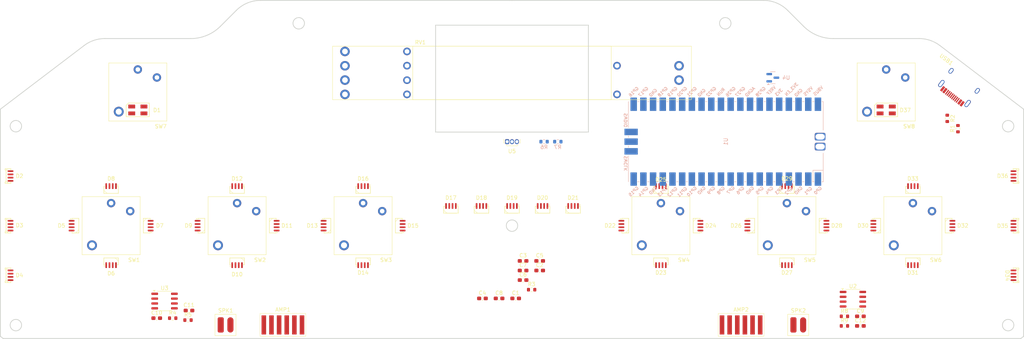
<source format=kicad_pcb>
(kicad_pcb (version 20240108) (generator "pcbnew") (generator_version "8.0")
  (title_block (title "Geki Pico Main"))
  (layers (0 "F.Cu" signal) (31 "B.Cu" signal) (34 "B.Paste" user) (35 "F.Paste" user) (36 "B.SilkS" user "B.Silkscreen") (37 "F.SilkS" user "F.Silkscreen") (38 "B.Mask" user) (39 "F.Mask" user) (44 "Edge.Cuts" user))
  (net 0 "")
  (net 1 "GND")
  (net 2 "+5V")
  (net 3 "+3V3")
  (net 4 "Net-(C10-Pad2)")
  (net 5 "Net-(U3-+IN)")
  (net 6 "Net-(D1-Out)")
  (net 7 "Net-(D1-In)")
  (net 8 "Net-(D2-Out)")
  (net 9 "Net-(D23-Out)")
  (net 10 "Net-(D24-Out)")
  (net 11 "Net-(D25-Out)")
  (net 12 "Net-(D6-Out)")
  (net 13 "Net-(D8-Out)")
  (net 14 "Net-(D10-In)")
  (net 15 "Net-(D10-Out)")
  (net 16 "Net-(D11-Out)")
  (net 17 "Net-(D12-Out)")
  (net 18 "Net-(D13-Out)")
  (net 19 "Net-(D14-Out)")
  (net 20 "Net-(D15-Out)")
  (net 21 "Net-(D16-Out)")
  (net 22 "Net-(USB1-CC1)")
  (net 23 "Net-(USB1-CC2)")
  (net 24 "Net-(U1-GPIO15)")
  (net 25 "Net-(U3--IN)")
  (net 26 "Net-(C9-Pad2)")
  (net 27 "Net-(U2-+IN)")
  (net 28 "Net-(U5-VOUT)")
  (net 29 "GNDREF")
  (net 30 "/K1")
  (net 31 "/K2")
  (net 32 "/K3")
  (net 33 "/K4")
  (net 34 "/K5")
  (net 35 "/K6")
  (net 36 "/K7")
  (net 37 "/K8")
  (net 38 "VREF")
  (net 39 "/SLIDE")
  (net 40 "Net-(U1-VBUS)")
  (net 44 "/SPK_R")
  (net 45 "/SCL1")
  (net 51 "/SPK_L")
  (net 53 "/SCL0")
  (net 58 "/SDA1")
  (net 61 "/SDA0")
  (net 64 "Net-(U1-USB1)")
  (net 65 "Net-(U1-USB2)")
  (net 70 "Net-(D7-Out)")
  (net 71 "Net-(D3-Out)")
  (net 72 "Net-(D4-Out)")
  (net 73 "Net-(D5-Out)")
  (net 74 "Net-(D17-Out)")
  (net 75 "Net-(D18-Out)")
  (net 76 "Net-(D19-Out)")
  (net 77 "Net-(D20-Out)")
  (net 78 "Net-(D21-Out)")
  (net 79 "Net-(D22-Out)")
  (net 80 "Net-(D26-Out)")
  (net 81 "Net-(D27-Out)")
  (net 82 "Net-(D28-Out)")
  (net 83 "Net-(D29-Out)")
  (net 84 "Net-(D30-Out)")
  (net 85 "Net-(D31-Out)")
  (net 86 "Net-(D32-Out)")
  (net 87 "Net-(D33-Out)")
  (net 88 "Net-(D33-VDD)")
  (net 89 "Net-(D34-Out)")
  (net 90 "Net-(D35-Out)")
  (net 91 "Net-(D36-Out)")
  (net 93 "Net-(U2--IN)")
  (net 94 "Net-(AMP1-Pin_5)")
  (net 95 "Net-(AMP1-Pin_6)")
  (net 96 "Net-(AMP2-Pin_6)")
  (net 97 "Net-(AMP2-Pin_5)")
  (footprint "Type-C:HRO-TYPE-C-31-M-12-Assembly" (layer "F.Cu") (at 334.196 105.074 142.7)
    (property "Reference" "USB1" (at 7.092669 -1.00327 142.7) (layer "F.SilkS"))
    (property "Value" "U262-161N-4BVC11" (hide yes))
    (pad "" np_thru_hole circle (at -2.89 -6.25 142.7) (size 0.65 0.65) (drill 0.65) (layers "*.Cu" "*.Mask"))
    (pad "" np_thru_hole circle (at 2.89 -6.25 142.7) (size 0.65 0.65) (drill 0.65) (layers "*.Cu" "*.Mask"))
    (pad "1" smd rect (at -3.225 -7.695 142.7) (size 0.6 1.45) (layers "F.Cu" "F.Paste" "F.Mask") (net 1 "GND"))
    (pad "2" smd rect (at -2.45 -7.695 142.7) (size 0.6 1.45) (layers "F.Cu" "F.Paste" "F.Mask") (net 40 "Net-(U1-VBUS)"))
    (pad "3" smd rect (at -1.75 -7.695 142.7) (size 0.3 1.45) (layers "F.Cu" "F.Paste" "F.Mask"))
    (pad "4" smd rect (at -1.25 -7.695 142.7) (size 0.3 1.45) (layers "F.Cu" "F.Paste" "F.Mask") (net 22 "Net-(USB1-CC1)"))
    (pad "5" smd rect (at -0.75 -7.695 142.7) (size 0.3 1.45) (layers "F.Cu" "F.Paste" "F.Mask") (net 64 "Net-(U1-USB1)"))
    (pad "6" smd rect (at -0.250001 -7.695 142.7) (size 0.3 1.45) (layers "F.Cu" "F.Paste" "F.Mask") (net 65 "Net-(U1-USB2)"))
    (pad "7" smd rect (at 0.25 -7.695 142.7) (size 0.3 1.45) (layers "F.Cu" "F.Paste" "F.Mask") (net 64 "Net-(U1-USB1)"))
    (pad "8" smd rect (at 0.75 -7.695 142.7) (size 0.3 1.45) (layers "F.Cu" "F.Paste" "F.Mask") (net 65 "Net-(U1-USB2)"))
    (pad "9" smd rect (at 1.25 -7.695 142.7) (size 0.3 1.45) (layers "F.Cu" "F.Paste" "F.Mask"))
    (pad "10" smd rect (at 1.75 -7.695 142.7) (size 0.3 1.45) (layers "F.Cu" "F.Paste" "F.Mask") (net 23 "Net-(USB1-CC2)"))
    (pad "11" smd rect (at 2.45 -7.695 142.7) (size 0.6 1.45) (layers "F.Cu" "F.Paste" "F.Mask") (net 40 "Net-(U1-VBUS)"))
    (pad "12" smd rect (at 3.225 -7.695 142.7) (size 0.6 1.45) (layers "F.Cu" "F.Paste" "F.Mask") (net 1 "GND"))
    (pad "13" thru_hole oval (at -4.32 -6.78 142.7) (size 1 2.1) (drill oval 0.6 1.7) (layers "*.Cu" "*.Mask"))
    (pad "13" thru_hole oval (at -4.32 -2.6 142.7) (size 1 1.6) (drill oval 0.6 1.2) (layers "*.Cu" "*.Mask"))
    (pad "13" thru_hole oval (at 4.32 -6.78 142.7) (size 1 2.1) (drill oval 0.6 1.7) (layers "*.Cu" "*.Mask"))
    (pad "13" thru_hole oval (at 4.32 -2.6 142.7) (size 1 1.6) (drill oval 0.6 1.2) (layers "*.Cu" "*.Mask"))
  )
  (footprint "Capacitor_SMD:C_0603_1608Metric_Pad1.08x0.95mm_HandSolder" (layer "F.Cu") (at 305.446 171.334)
    (property "Reference" "C12" (at 0 -1.43 0) (layer "F.SilkS"))
    (property "Value" "1uF")
    (pad "1" smd roundrect (at -0.8625 0) (size 1.075 0.95) (layers "F.Cu" "F.Paste" "F.Mask") (net 1 "GND"))
    (pad "2" smd roundrect (at 0.8625 0) (size 1.075 0.95) (layers "F.Cu" "F.Paste" "F.Mask") (net 27 "Net-(U2-+IN)"))
  )
  (footprint "geki_main:SW_Kailh_Choc_V1V2_1.00u_LED" (layer "F.Cu") (at 116.196 110.074)
    (property "Reference" "SW7" (at 6 9 0) (layer "F.SilkS"))
    (property "Value" "SW_DIP_x01" (hide yes))
    (pad "" np_thru_hole circle (at -5.5 0) (size 1.9 1.9) (drill 1.9) (layers "*.Cu" "*.Mask"))
    (pad "" thru_hole circle (at -5 5.15) (size 2.6 2.6) (drill 1.6) (layers "*.Cu" "B.Mask"))
    (pad "" np_thru_hole circle (at 0 0) (size 5.05 5.05) (drill 5.05) (layers "*.Cu" "*.Mask"))
    (pad "" np_thru_hole circle (at 5.5 0) (size 1.9 1.9) (drill 1.9) (layers "*.Cu" "*.Mask"))
    (pad "1" thru_hole circle (at 0 -5.9) (size 2.2 2.2) (drill 1.2) (layers "*.Cu" "B.Mask") (net 36 "/K7"))
    (pad "2" thru_hole circle (at 5 -3.8) (size 2.2 2.2) (drill 1.2) (layers "*.Cu" "B.Mask") (net 1 "GND"))
  )
  (footprint "geki_main:WS2812B-4020_UP" (layer "F.Cu") (at 198.196 139.274)
    (property "Reference" "D17" (at 0 -1.5 0) (layer "F.SilkS"))
    (property "Value" "WS2812B_Unified" (hide yes))
    (pad "G" smd roundrect (at -1.275 0.65) (size 0.44 1.5) (layers "F.Cu" "F.Paste" "F.Mask") (net 1 "GND"))
    (pad "I" smd roundrect (at 1.275 0.65) (size 0.44 1.5) (layers "F.Cu" "F.Paste" "F.Mask") (net 21 "Net-(D16-Out)"))
    (pad "O" smd roundrect (at -0.425 0.65) (size 0.44 1.5) (layers "F.Cu" "F.Paste" "F.Mask") (net 74 "Net-(D17-Out)"))
    (pad "V" smd roundrect (at 0.425 0.65) (size 0.44 1.5) (layers "F.Cu" "F.Paste" "F.Mask") (net 2 "+5V"))
  )
  (footprint "geki_main:WS2812B-4020_UP" (layer "F.Cu") (at 319.196 156.074 180)
    (property "Reference" "D31" (at 0.0025 -1.3175 0) (layer "F.SilkS"))
    (property "Value" "WS2812B_Unified" (hide yes))
    (pad "G" smd roundrect (at -1.275 0.65 180) (size 0.44 1.5) (layers "F.Cu" "F.Paste" "F.Mask") (net 1 "GND"))
    (pad "I" smd roundrect (at 1.275 0.65 180) (size 0.44 1.5) (layers "F.Cu" "F.Paste" "F.Mask") (net 84 "Net-(D30-Out)"))
    (pad "O" smd roundrect (at -0.425 0.65 180) (size 0.44 1.5) (layers "F.Cu" "F.Paste" "F.Mask") (net 85 "Net-(D31-Out)"))
    (pad "V" smd roundrect (at 0.425 0.65 180) (size 0.44 1.5) (layers "F.Cu" "F.Paste" "F.Mask") (net 2 "+5V"))
  )
  (footprint "geki_main:WS2812B-4020_UP" (layer "F.Cu") (at 153.196 145.074 -90)
    (property "Reference" "D11" (at 0 -2.0675 0) (layer "F.SilkS"))
    (property "Value" "WS2812B_Unified" (hide yes))
    (pad "G" smd roundrect (at -1.275 0.65 270) (size 0.44 1.5) (layers "F.Cu" "F.Paste" "F.Mask") (net 1 "GND"))
    (pad "I" smd roundrect (at 1.275 0.65 270) (size 0.44 1.5) (layers "F.Cu" "F.Paste" "F.Mask") (net 15 "Net-(D10-Out)"))
    (pad "O" smd roundrect (at -0.425 0.65 270) (size 0.44 1.5) (layers "F.Cu" "F.Paste" "F.Mask") (net 16 "Net-(D11-Out)"))
    (pad "V" smd roundrect (at 0.425 0.65 270) (size 0.44 1.5) (layers "F.Cu" "F.Paste" "F.Mask") (net 2 "+5V"))
  )
  (footprint "geki_main:Solder_2P" (layer "F.Cu") (at 289.196 171.074 90)
    (property "Reference" "SPK2" (at 3.75 0 180) (layer "F.SilkS"))
    (property "Value" "Conn_01x02" (hide yes))
    (pad "1" smd roundrect (at 0 -1.29 90) (size 4 1.6) (layers "F.Cu" "F.Paste" "F.Mask") (net 97 "Net-(AMP2-Pin_5)"))
    (pad "2" smd oval (at 0 1.25 90) (size 4 1.6) (layers "F.Cu" "F.Paste" "F.Mask") (net 96 "Net-(AMP2-Pin_6)"))
  )
  (footprint "geki_main:WS2812B-4020" (layer "F.Cu") (at 82.196 145.074 90)
    (property "Reference" "D3" (at 0.075 3 0) (layer "F.SilkS"))
    (property "Value" "WS2812B_Unified" (hide yes))
    (pad "G" smd roundrect (at -1.275 0.65 90) (size 0.44 1.5) (layers "F.Cu" "F.Paste" "F.Mask") (net 1 "GND"))
    (pad "I" smd roundrect (at 1.275 0.65 90) (size 0.44 1.5) (layers "F.Cu" "F.Paste" "F.Mask") (net 8 "Net-(D2-Out)"))
    (pad "O" smd roundrect (at -0.425 0.65 90) (size 0.44 1.5) (layers "F.Cu" "F.Paste" "F.Mask") (net 71 "Net-(D3-Out)"))
    (pad "V" smd roundrect (at 0.425 0.65 90) (size 0.44 1.5) (layers "F.Cu" "F.Paste" "F.Mask") (net 2 "+5V"))
  )
  (footprint "geki_main:8002A_TAP" (layer "F.Cu") (at 274.196 171.074 -90)
    (property "Reference" "AMP2" (at -4 0 180) (layer "F.SilkS"))
    (property "Value" "Conn_01x06" (hide yes))
    (pad "1" smd rect (at 0 -5 270) (size 5 1.2) (layers "F.Cu" "F.Paste" "F.Mask") (net 1 "GND"))
    (pad "2" smd rect (at 0 -3 270) (size 5 1.2) (layers "F.Cu" "F.Paste" "F.Mask") (net 44 "/SPK_R"))
    (pad "3" smd rect (at 0 -1 270) (size 5 1.2) (layers "F.Cu" "F.Paste" "F.Mask") (net 1 "GND"))
    (pad "4" smd rect (at 0 1 270) (size 5 1.2) (layers "F.Cu" "F.Paste" "F.Mask") (net 2 "+5V"))
    (pad "5" smd rect (at 0 3 270) (size 5 1.2) (layers "F.Cu" "F.Paste" "F.Mask") (net 97 "Net-(AMP2-Pin_5)"))
    (pad "6" smd rect (at 0 5 270) (size 5 1.2) (layers "F.Cu" "F.Paste" "F.Mask") (net 96 "Net-(AMP2-Pin_6)"))
  )
  (footprint "geki_main:WS2812B-4020_UP" (layer "F.Cu") (at 175.196 156.074 180)
    (property "Reference" "D14" (at 0.0025 -1.3175 0) (layer "F.SilkS"))
    (property "Value" "WS2812B_Unified" (hide yes))
    (pad "G" smd roundrect (at -1.275 0.65 180) (size 0.44 1.5) (layers "F.Cu" "F.Paste" "F.Mask") (net 1 "GND"))
    (pad "I" smd roundrect (at 1.275 0.65 180) (size 0.44 1.5) (layers "F.Cu" "F.Paste" "F.Mask") (net 18 "Net-(D13-Out)"))
    (pad "O" smd roundrect (at -0.425 0.65 180) (size 0.44 1.5) (layers "F.Cu" "F.Paste" "F.Mask") (net 19 "Net-(D14-Out)"))
    (pad "V" smd roundrect (at 0.425 0.65 180) (size 0.44 1.5) (layers "F.Cu" "F.Paste" "F.Mask") (net 2 "+5V"))
  )
  (footprint "Capacitor_SMD:C_0603_1608Metric_Pad1.08x0.95mm_HandSolder" (layer "F.Cu") (at 221.446 154.314)
    (property "Reference" "C5" (at 0 -1.43 0) (layer "F.SilkS"))
    (property "Value" "0.1uF")
    (pad "1" smd roundrect (at -0.8625 0) (size 1.075 0.95) (layers "F.Cu" "F.Paste" "F.Mask") (net 2 "+5V"))
    (pad "2" smd roundrect (at 0.8625 0) (size 1.075 0.95) (layers "F.Cu" "F.Paste" "F.Mask") (net 1 "GND"))
  )
  (footprint "geki_main:WS2812B-4020_UP" (layer "F.Cu") (at 275.196 145.074 90)
    (property "Reference" "D26" (at 0 -2.3175 0) (layer "F.SilkS"))
    (property "Value" "WS2812B_Unified" (hide yes))
    (pad "G" smd roundrect (at -1.275 0.65 90) (size 0.44 1.5) (layers "F.Cu" "F.Paste" "F.Mask") (net 1 "GND"))
    (pad "I" smd roundrect (at 1.275 0.65 90) (size 0.44 1.5) (layers "F.Cu" "F.Paste" "F.Mask") (net 11 "Net-(D25-Out)"))
    (pad "O" smd roundrect (at -0.425 0.65 90) (size 0.44 1.5) (layers "F.Cu" "F.Paste" "F.Mask") (net 80 "Net-(D26-Out)"))
    (pad "V" smd roundrect (at 0.425 0.65 90) (size 0.44 1.5) (layers "F.Cu" "F.Paste" "F.Mask") (net 2 "+5V"))
  )
  (footprint "geki_main:WS2812B-4020_UP" (layer "F.Cu") (at 330.196 145.074 -90)
    (property "Reference" "D32" (at 0 -2.0675 0) (layer "F.SilkS"))
    (property "Value" "WS2812B_Unified" (hide yes))
    (pad "G" smd roundrect (at -1.275 0.65 270) (size 0.44 1.5) (layers "F.Cu" "F.Paste" "F.Mask") (net 1 "GND"))
    (pad "I" smd roundrect (at 1.275 0.65 270) (size 0.44 1.5) (layers "F.Cu" "F.Paste" "F.Mask") (net 85 "Net-(D31-Out)"))
    (pad "O" smd roundrect (at -0.425 0.65 270) (size 0.44 1.5) (layers "F.Cu" "F.Paste" "F.Mask") (net 86 "Net-(D32-Out)"))
    (pad "V" smd roundrect (at 0.425 0.65 270) (size 0.44 1.5) (layers "F.Cu" "F.Paste" "F.Mask") (net 2 "+5V"))
  )
  (footprint "geki_main:RS45112A400G_RS45N1214001" (layer "F.Cu") (at 214.196 105.074)
    (property "Reference" "RV1" (at -24 -8 0) (layer "F.SilkS"))
    (property "Value" "R_Potentiometer_Dual" (hide yes))
    (pad "1" thru_hole circle (at -43.75 -5.625) (size 2.5 2.5) (drill 1.5) (layers "*.Cu" "*.Mask") (net 38 "VREF"))
    (pad "1" thru_hole circle (at -27.5 -5.625) (size 2 2) (drill 1.2) (layers "*.Cu" "*.Mask") (net 38 "VREF"))
    (pad "2" thru_hole circle (at -43.75 -1.875) (size 2.5 2.5) (drill 1.5) (layers "*.Cu" "*.Mask") (net 39 "/SLIDE"))
    (pad "2" thru_hole circle (at -27.5 -1.9) (size 2 2) (drill 1.2) (layers "*.Cu" "*.Mask") (net 39 "/SLIDE"))
    (pad "3" thru_hole circle (at 27.5 -1.9) (size 2 2) (drill 1.2) (layers "*.Cu" "*.Mask") (net 29 "GNDREF"))
    (pad "3" thru_hole circle (at 43.75 -1.875) (size 2.5 2.5) (drill 1.5) (layers "*.Cu" "*.Mask") (net 29 "GNDREF"))
    (pad "4" thru_hole circle (at -43.75 1.875) (size 2.5 2.5) (drill 1.5) (layers "*.Cu" "*.Mask") (net 38 "VREF"))
    (pad "4" thru_hole circle (at -27.5 1.9) (size 2 2) (drill 1.2) (layers "*.Cu" "*.Mask") (net 38 "VREF"))
    (pad "5" thru_hole circle (at -43.75 5.625) (size 2.5 2.5) (drill 1.5) (layers "*.Cu" "*.Mask") (net 39 "/SLIDE"))
    (pad "5" thru_hole circle (at -27.5 5.625) (size 2 2) (drill 1.2) (layers "*.Cu" "*.Mask") (net 39 "/SLIDE"))
    (pad "6" thru_hole circle (at 27.5 5.625) (size 2 2) (drill 1.2) (layers "*.Cu" "*.Mask") (net 29 "GNDREF"))
    (pad "6" thru_hole circle (at 43.75 1.875) (size 2.5 2.5) (drill 1.5) (layers "*.Cu" "*.Mask") (net 29 "GNDREF"))
  )
  (footprint "Resistor_SMD:R_0603_1608Metric" (layer "F.Cu") (at 301.266 168.824)
    (property "Reference" "R8" (at 0 -1.43 0) (layer "F.SilkS"))
    (property "Value" "10K")
    (pad "1" smd roundrect (at -0.825 0) (size 0.8 0.95) (layers "F.Cu" "F.Paste" "F.Mask") (net 26 "Net-(C9-Pad2)"))
    (pad "2" smd roundrect (at 0.825 0) (size 0.8 0.95) (layers "F.Cu" "F.Paste" "F.Mask") (net 93 "Net-(U2--IN)"))
  )
  (footprint "geki_main:WS2812B-4020_UP" (layer "F.Cu") (at 242.196 145.074 90)
    (property "Reference" "D22" (at 0.0025 -2.3175 0) (layer "F.SilkS"))
    (property "Value" "WS2812B_Unified" (hide yes))
    (pad "G" smd roundrect (at -1.275 0.65 90) (size 0.44 1.5) (layers "F.Cu" "F.Paste" "F.Mask") (net 1 "GND"))
    (pad "I" smd roundrect (at 1.275 0.65 90) (size 0.44 1.5) (layers "F.Cu" "F.Paste" "F.Mask") (net 78 "Net-(D21-Out)"))
    (pad "O" smd roundrect (at -0.425 0.65 90) (size 0.44 1.5) (layers "F.Cu" "F.Paste" "F.Mask") (net 79 "Net-(D22-Out)"))
    (pad "V" smd roundrect (at 0.425 0.65 90) (size 0.44 1.5) (layers "F.Cu" "F.Paste" "F.Mask") (net 2 "+5V"))
  )
  (footprint "geki_main:WS2812B-2835" (layer "F.Cu") (at 312.196 114.774 180)
    (property "Reference" "D37" (at -5 -0.05 180) (layer "F.SilkS"))
    (property "Value" "WS2812B_Unified" (hide yes))
    (pad "G" smd rect (at 1.6 0.9 180) (size 1.8 1) (layers "F.Cu" "F.Paste" "F.Mask") (net 1 "GND"))
    (pad "I" smd rect (at 1.6 -0.9 180) (size 1.8 1) (layers "F.Cu" "F.Paste" "F.Mask") (net 91 "Net-(D36-Out)"))
    (pad "O" smd rect (at -1.6 0.9 180) (size 1.8 1) (layers "F.Cu" "F.Paste" "F.Mask"))
    (pad "V" smd rect (at -1.6 -0.9 180) (size 1.8 1) (layers "F.Cu" "F.Paste" "F.Mask") (net 88 "Net-(D33-VDD)"))
  )
  (footprint "geki_main:SW_Kailh_Choc_V1V2_1.00u_LED" (layer "F.Cu") (at 109.196 145.074)
    (property "Reference" "SW1" (at 6 9 0) (layer "F.SilkS"))
    (property "Value" "SW_DIP_x01" (hide yes))
    (pad "" np_thru_hole circle (at -5.5 0) (size 1.9 1.9) (drill 1.9) (layers "*.Cu" "*.Mask"))
    (pad "" thru_hole circle (at -5 5.15) (size 2.6 2.6) (drill 1.6) (layers "*.Cu" "B.Mask"))
    (pad "" np_thru_hole circle (at 0 0) (size 5.05 5.05) (drill 5.05) (layers "*.Cu" "*.Mask"))
    (pad "" np_thru_hole circle (at 5.5 0) (size 1.9 1.9) (drill 1.9) (layers "*.Cu" "*.Mask"))
    (pad "1" thru_hole circle (at 0 -5.9) (size 2.2 2.2) (drill 1.2) (layers "*.Cu" "B.Mask") (net 30 "/K1"))
    (pad "2" thru_hole circle (at 5 -3.8) (size 2.2 2.2) (drill 1.2) (layers "*.Cu" "B.Mask") (net 1 "GND"))
  )
  (footprint "geki_main:WS2812B-4020_UP" (layer "F.Cu") (at 253.196 134.074)
    (property "Reference" "D25" (at 0.0025 -1.0675 0) (layer "F.SilkS"))
    (property "Value" "WS2812B_Unified" (hide yes))
    (pad "G" smd roundrect (at -1.275 0.65) (size 0.44 1.5) (layers "F.Cu" "F.Paste" "F.Mask") (net 1 "GND"))
    (pad "I" smd roundrect (at 1.275 0.65) (size 0.44 1.5) (layers "F.Cu" "F.Paste" "F.Mask") (net 10 "Net-(D24-Out)"))
    (pad "O" smd roundrect (at -0.425 0.65) (size 0.44 1.5) (layers "F.Cu" "F.Paste" "F.Mask") (net 11 "Net-(D25-Out)"))
    (pad "V" smd roundrect (at 0.425 0.65) (size 0.44 1.5) (layers "F.Cu" "F.Paste" "F.Mask") (net 2 "+5V"))
  )
  (footprint "Capacitor_SMD:C_0603_1608Metric_Pad1.08x0.95mm_HandSolder" (layer "F.Cu") (at 206.456 164.134)
    (property "Reference" "C4" (at 0 -1.43 0) (layer "F.SilkS"))
    (property "Value" "0.1uF")
    (pad "1" smd roundrect (at -0.8625 0) (size 1.075 0.95) (layers "F.Cu" "F.Paste" "F.Mask") (net 2 "+5V"))
    (pad "2" smd roundrect (at 0.8625 0) (size 1.075 0.95) (layers "F.Cu" "F.Paste" "F.Mask") (net 1 "GND"))
  )
  (footprint "geki_main:SW_Kailh_Choc_V1V2_1.00u_LED" (layer "F.Cu") (at 142.196 145.074)
    (property "Reference" "SW2" (at 6 9 0) (layer "F.SilkS"))
    (property "Value" "SW_DIP_x01" (hide yes))
    (pad "" np_thru_hole circle (at -5.5 0) (size 1.9 1.9) (drill 1.9) (layers "*.Cu" "*.Mask"))
    (pad "" thru_hole circle (at -5 5.15) (size 2.6 2.6) (drill 1.6) (layers "*.Cu" "B.Mask"))
    (pad "" np_thru_hole circle (at 0 0) (size 5.05 5.05) (drill 5.05) (layers "*.Cu" "*.Mask"))
    (pad "" np_thru_hole circle (at 5.5 0) (size 1.9 1.9) (drill 1.9) (layers "*.Cu" "*.Mask"))
    (pad "1" thru_hole circle (at 0 -5.9) (size 2.2 2.2) (drill 1.2) (layers "*.Cu" "B.Mask") (net 31 "/K2"))
    (pad "2" thru_hole circle (at 5 -3.8) (size 2.2 2.2) (drill 1.2) (layers "*.Cu" "B.Mask") (net 1 "GND"))
  )
  (footprint "geki_main:WS2812B-4020_UP" (layer "F.Cu") (at 142.196 134.074)
    (property "Reference" "D12" (at 0 -1.3175 0) (layer "F.SilkS"))
    (property "Value" "WS2812B_Unified" (hide yes))
    (pad "G" smd roundrect (at -1.275 0.65) (size 0.44 1.5) (layers "F.Cu" "F.Paste" "F.Mask") (net 1 "GND"))
    (pad "I" smd roundrect (at 1.275 0.65) (size 0.44 1.5) (layers "F.Cu" "F.Paste" "F.Mask") (net 16 "Net-(D11-Out)"))
    (pad "O" smd roundrect (at -0.425 0.65) (size 0.44 1.5) (layers "F.Cu" "F.Paste" "F.Mask") (net 17 "Net-(D12-Out)"))
    (pad "V" smd roundrect (at 0.425 0.65) (size 0.44 1.5) (layers "F.Cu" "F.Paste" "F.Mask") (net 2 "+5V"))
  )
  (footprint "geki_main:WS2812B-4020" (layer "F.Cu") (at 82.196 158.074 90)
    (property "Reference" "D4" (at 0 3 0) (layer "F.SilkS"))
    (property "Value" "WS2812B_Unified" (hide yes))
    (pad "G" smd roundrect (at -1.275 0.65 90) (size 0.44 1.5) (layers "F.Cu" "F.Paste" "F.Mask") (net 1 "GND"))
    (pad "I" smd roundrect (at 1.275 0.65 90) (size 0.44 1.5) (layers "F.Cu" "F.Paste" "F.Mask") (net 71 "Net-(D3-Out)"))
    (pad "O" smd roundrect (at -0.425 0.65 90) (size 0.44 1.5) (layers "F.Cu" "F.Paste" "F.Mask") (net 72 "Net-(D4-Out)"))
    (pad "V" smd roundrect (at 0.425 0.65 90) (size 0.44 1.5) (layers "F.Cu" "F.Paste" "F.Mask") (net 2 "+5V"))
  )
  (footprint "geki_main:WS2812B-4020_UP" (layer "F.Cu") (at 175.196 134.074)
    (property "Reference" "D16" (at 0.0025 -1.3175 0) (layer "F.SilkS"))
    (property "Value" "WS2812B_Unified" (hide yes))
    (pad "G" smd roundrect (at -1.275 0.65) (size 0.44 1.5) (layers "F.Cu" "F.Paste" "F.Mask") (net 1 "GND"))
    (pad "I" smd roundrect (at 1.275 0.65) (size 0.44 1.5) (layers "F.Cu" "F.Paste" "F.Mask") (net 20 "Net-(D15-Out)"))
    (pad "O" smd roundrect (at -0.425 0.65) (size 0.44 1.5) (layers "F.Cu" "F.Paste" "F.Mask") (net 21 "Net-(D16-Out)"))
    (pad "V" smd roundrect (at 0.425 0.65) (size 0.44 1.5) (layers "F.Cu" "F.Paste" "F.Mask") (net 2 "+5V"))
  )
  (footprint "geki_main:WS2812B-4020_UP" (layer "F.Cu") (at 308.196 145.074 90)
    (property "Reference" "D30" (at 0 -2.0675 0) (layer "F.SilkS"))
    (property "Value" "WS2812B_Unified" (hide yes))
    (pad "G" smd roundrect (at -1.275 0.65 90) (size 0.44 1.5) (layers "F.Cu" "F.Paste" "F.Mask") (net 1 "GND"))
    (pad "I" smd roundrect (at 1.275 0.65 90) (size 0.44 1.5) (layers "F.Cu" "F.Paste" "F.Mask") (net 83 "Net-(D29-Out)"))
    (pad "O" smd roundrect (at -0.425 0.65 90) (size 0.44 1.5) (layers "F.Cu" "F.Paste" "F.Mask") (net 84 "Net-(D30-Out)"))
    (pad "V" smd roundrect (at 0.425 0.65 90) (size 0.44 1.5) (layers "F.Cu" "F.Paste" "F.Mask") (net 2 "+5V"))
  )
  (footprint "geki_main:WS2812B-4020_UP" (layer "F.Cu") (at 120.196 145.074 -90)
    (property "Reference" "D7" (at 0 -1.75 0) (layer "F.SilkS"))
    (property "Value" "WS2812B_Unified" (hide yes))
    (pad "G" smd roundrect (at -1.275 0.65 270) (size 0.44 1.5) (layers "F.Cu" "F.Paste" "F.Mask") (net 1 "GND"))
    (pad "I" smd roundrect (at 1.275 0.65 270) (size 0.44 1.5) (layers "F.Cu" "F.Paste" "F.Mask") (net 12 "Net-(D6-Out)"))
    (pad "O" smd roundrect (at -0.425 0.65 270) (size 0.44 1.5) (layers "F.Cu" "F.Paste" "F.Mask") (net 70 "Net-(D7-Out)"))
    (pad "V" smd roundrect (at 0.425 0.65 270) (size 0.44 1.5) (layers "F.Cu" "F.Paste" "F.Mask") (net 2 "+5V"))
  )
  (footprint "geki_main:WS2812B-4020" (layer "F.Cu") (at 346.196 145.074 -90)
    (property "Reference" "D35" (at 0.075 3.5 0) (layer "F.SilkS"))
    (property "Value" "WS2812B_Unified" (hide yes))
    (pad "G" smd roundrect (at -1.275 0.65 270) (size 0.44 1.5) (layers "F.Cu" "F.Paste" "F.Mask") (net 1 "GND"))
    (pad "I" smd roundrect (at 1.275 0.65 270) (size 0.44 1.5) (layers "F.Cu" "F.Paste" "F.Mask") (net 89 "Net-(D34-Out)"))
    (pad "O" smd roundrect (at -0.425 0.65 270) (size 0.44 1.5) (layers "F.Cu" "F.Paste" "F.Mask") (net 90 "Net-(D35-Out)"))
    (pad "V" smd roundrect (at 0.425 0.65 270) (size 0.44 1.5) (layers "F.Cu" "F.Paste" "F.Mask") (net 88 "Net-(D33-VDD)"))
  )
  (footprint "geki_main:WS2812B-4020_UP" (layer "F.Cu") (at 319.196 134.074)
    (property "Reference" "D33" (at 0 -1.3175 0) (layer "F.SilkS"))
    (property "Value" "WS2812B_Unified" (hide yes))
    (pad "G" smd roundrect (at -1.275 0.65) (size 0.44 1.5) (layers "F.Cu" "F.Paste" "F.Mask") (net 1 "GND"))
    (pad "I" smd roundrect (at 1.275 0.65) (size 0.44 1.5) (layers "F.Cu" "F.Paste" "F.Mask") (net 86 "Net-(D32-Out)"))
    (pad "O" smd roundrect (at -0.425 0.65) (size 0.44 1.5) (layers "F.Cu" "F.Paste" "F.Mask") (net 87 "Net-(D33-Out)"))
    (pad "V" smd roundrect (at 0.425 0.65) (size 0.44 1.5) (layers "F.Cu" "F.Paste" "F.Mask") (net 88 "Net-(D33-VDD)"))
  )
  (footprint "geki_main:WS2812B-4020_UP" (layer "F.Cu") (at 206.196 139.274)
    (property "Reference" "D18" (at 0 -1.5 0) (layer "F.SilkS"))
    (property "Value" "WS2812B_Unified" (hide yes))
    (pad "G" smd roundrect (at -1.275 0.65) (size 0.44 1.5) (layers "F.Cu" "F.Paste" "F.Mask") (net 1 "GND"))
    (pad "I" smd roundrect (at 1.275 0.65) (size 0.44 1.5) (layers "F.Cu" "F.Paste" "F.Mask") (net 74 "Net-(D17-Out)"))
    (pad "O" smd roundrect (at -0.425 0.65) (size 0.44 1.5) (layers "F.Cu" "F.Paste" "F.Mask") (net 75 "Net-(D18-Out)"))
    (pad "V" smd roundrect (at 0.425 0.65) (size 0.44 1.5) (layers "F.Cu" "F.Paste" "F.Mask") (net 2 "+5V"))
  )
  (footprint "Capacitor_SMD:C_0603_1608Metric_Pad1.08x0.95mm_HandSolder" (layer "F.Cu") (at 217.096 159.334)
    (property "Reference" "C6" (at 0 -1.43 0) (layer "F.SilkS"))
    (property "Value" "0.1uF")
    (pad "1" smd roundrect (at -0.8625 0) (size 1.075 0.95) (layers "F.Cu" "F.Paste" "F.Mask") (net 2 "+5V"))
    (pad "2" smd roundrect (at 0.8625 0) (size 1.075 0.95) (layers "F.Cu" "F.Paste" "F.Mask") (net 1 "GND"))
  )
  (footprint "Resistor_SMD:R_0603_1608Metric" (layer "F.Cu") (at 330.996 119.674 90)
    (property "Reference" "R1" (at 0 -1.43 90) (layer "F.SilkS"))
    (property "Value" "5K1")
    (pad "1" smd roundrect (at -0.825 0 90) (size 0.8 0.95) (layers "F.Cu" "F.Paste" "F.Mask") (net 22 "Net-(USB1-CC1)"))
    (pad "2" smd roundrect (at 0.825 0 90) (size 0.8 0.95) (layers "F.Cu" "F.Paste" "F.Mask") (net 1 "GND"))
  )
  (footprint "Resistor_SMD:R_0603_1608Metric" (layer "F.Cu") (at 219.336 161.844)
    (property "Reference" "R3" (at 0 -1.43 0) (layer "F.SilkS"))
    (property "Value" "10")
    (pad "1" smd roundrect (at -0.825 0) (size 0.8 0.95) (layers "F.Cu" "F.Paste" "F.Mask") (net 7 "Net-(D1-In)"))
    (pad "2" smd roundrect (at 0.825 0) (size 0.8 0.95) (layers "F.Cu" "F.Paste" "F.Mask") (net 24 "Net-(U1-GPIO15)"))
  )
  (footprint "Capacitor_SMD:C_0603_1608Metric_Pad1.08x0.95mm_HandSolder" (layer "F.Cu") (at 305.446 168.824)
    (property "Reference" "C9" (at 0 -1.43 0) (layer "F.SilkS"))
    (property "Value" "0.1uF")
    (pad "1" smd roundrect (at -0.8625 0) (size 1.075 0.95) (layers "F.Cu" "F.Paste" "F.Mask") (net 44 "/SPK_R"))
    (pad "2" smd roundrect (at 0.8625 0) (size 1.075 0.95) (layers "F.Cu" "F.Paste" "F.Mask") (net 26 "Net-(C9-Pad2)"))
  )
  (footprint "Resistor_SMD:R_0603_1608Metric" (layer "F.Cu") (at 301.266 171.334)
    (property "Reference" "R9" (at 0 -1.43 0) (layer "F.SilkS"))
    (property "Value" "20K")
    (pad "1" smd roundrect (at -0.825 0) (size 0.8 0.95) (layers "F.Cu" "F.Paste" "F.Mask") (net 93 "Net-(U2--IN)"))
    (pad "2" smd roundrect (at 0.825 0) (size 0.8 0.95) (layers "F.Cu" "F.Paste" "F.Mask") (net 97 "Net-(AMP2-Pin_5)"))
  )
  (footprint "Capacitor_SMD:C_0603_1608Metric_Pad1.08x0.95mm_HandSolder" (layer "F.Cu") (at 217.096 156.824)
    (property "Reference" "C7" (at 0 -1.43 0) (layer "F.SilkS"))
    (property "Value" "0.1uF")
    (pad "1" smd roundrect (at -0.8625 0) (size 1.075 0.95) (layers "F.Cu" "F.Paste" "F.Mask") (net 2 "+5V"))
    (pad "2" smd roundrect (at 0.8625 0) (size 1.075 0.95) (layers "F.Cu" "F.Paste" "F.Mask") (net 1 "GND"))
  )
  (footprint "Capacitor_SMD:C_0603_1608Metric_Pad1.08x0.95mm_HandSolder" (layer "F.Cu") (at 121.146 169.304)
    (property "Reference" "C10" (at 0 -1.43 0) (layer "F.SilkS"))
    (property "Value" "0.1uF")
    (pad "1" smd roundrect (at -0.8625 0) (size 1.075 0.95) (layers "F.Cu" "F.Paste" "F.Mask") (net 51 "/SPK_L"))
    (pad "2" smd roundrect (at 0.8625 0) (size 1.075 0.95) (layers "F.Cu" "F.Paste" "F.Mask") (net 4 "Net-(C10-Pad2)"))
  )
  (footprint "geki_main:WS2812B-4020_UP" (layer "F.Cu") (at 297.196 145.074 -90)
    (property "Reference" "D28" (at 0.0025 -2.0675 0) (layer "F.SilkS"))
    (property "Value" "WS2812B_Unified" (hide yes))
    (pad "G" smd roundrect (at -1.275 0.65 270) (size 0.44 1.5) (layers "F.Cu" "F.Paste" "F.Mask") (net 1 "GND"))
    (pad "I" smd roundrect (at 1.275 0.65 270) (size 0.44 1.5) (layers "F.Cu" "F.Paste" "F.Mask") (net 81 "Net-(D27-Out)"))
    (pad "O" smd roundrect (at -0.425 0.65 270) (size 0.44 1.5) (layers "F.Cu" "F.Paste" "F.Mask") (net 82 "Net-(D28-Out)"))
    (pad "V" smd roundrect (at 0.425 0.65 270) (size 0.44 1.5) (layers "F.Cu" "F.Paste" "F.Mask") (net 2 "+5V"))
  )
  (footprint "Package_TO_SOT_THT:TO-92Flat" (layer "F.Cu") (at 212.926 123.074)
    (property "Reference" "U5" (at 1.27 2.5 0) (layer "F.SilkS"))
    (property "Value" "SS49E" (hide yes))
    (pad "1" thru_hole roundrect (at 0 0) (size 1.05 1.3) (drill 0.75) (layers "*.Cu" "*.Mask") (roundrect_rratio 0.238) (net 2 "+5V"))
    (pad "2" thru_hole oval (at 1.27 0) (size 1.05 1.3) (drill 0.75) (layers "*.Cu" "*.Mask") (net 29 "GNDREF"))
    (pad "3" thru_hole oval (at 2.54 0) (size 1.05 1.3) (drill 0.75) (layers "*.Cu" "*.Mask") (net 28 "Net-(U5-VOUT)"))
  )
  (footprint "Capacitor_SMD:C_0603_1608Metric_Pad1.08x0.95mm_HandSolder" (layer "F.Cu") (at 215.156 164.134)
    (property "Reference" "C1" (at 0 -1.43 0) (layer "F.SilkS"))
    (property "Value" "0.1uF")
    (pad "1" smd roundrect (at -0.8625 0) (size 1.075 0.95) (layers "F.Cu" "F.Paste" "F.Mask") (net 2 "+5V"))
    (pad "2" smd roundrect (at 0.8625 0) (size 1.075 0.95) (layers "F.Cu" "F.Paste" "F.Mask") (net 1 "GND"))
  )
  (footprint "geki_main:WS2812B-4020_UP" (layer "F.Cu") (at 253.196 156.074 180)
    (property "Reference" "D23" (at 0 -1.3175 0) (layer "F.SilkS"))
    (property "Value" "WS2812B_Unified" (hide yes))
    (pad "G" smd roundrect (at -1.275 0.65 180) (size 0.44 1.5) (layers "F.Cu" "F.Paste" "F.Mask") (net 1 "GND"))
    (pad "I" smd roundrect (at 1.275 0.65 180) (size 0.44 1.5) (layers "F.Cu" "F.Paste" "F.Mask") (net 79 "Net-(D22-Out)"))
    (pad "O" smd roundrect (at -0.425 0.65 180) (size 0.44 1.5) (layers "F.Cu" "F.Paste" "F.Mask") (net 9 "Net-(D23-Out)"))
    (pad "V" smd roundrect (at 0.425 0.65 180) (size 0.44 1.5) (layers "F.Cu" "F.Paste" "F.Mask") (net 2 "+5V"))
  )
  (footprint "geki_main:WS2812B-4020" (layer "F.Cu") (at 346.196 132.074 -90)
    (property "Reference" "D36" (at 0 3.5 0) (layer "F.SilkS"))
    (property "Value" "WS2812B_Unified" (hide yes))
    (pad "G" smd roundrect (at -1.275 0.65 270) (size 0.44 1.5) (layers "F.Cu" "F.Paste" "F.Mask") (net 1 "GND"))
    (pad "I" smd roundrect (at 1.275 0.65 270) (size 0.44 1.5) (layers "F.Cu" "F.Paste" "F.Mask") (net 90 "Net-(D35-Out)"))
    (pad "O" smd roundrect (at -0.425 0.65 270) (size 0.44 1.5) (layers "F.Cu" "F.Paste" "F.Mask") (net 91 "Net-(D36-Out)"))
    (pad "V" smd roundrect (at 0.425 0.65 270) (size 0.44 1.5) (layers "F.Cu" "F.Paste" "F.Mask") (net 88 "Net-(D33-VDD)"))
  )
  (footprint "Resistor_SMD:R_0603_1608Metric" (layer "F.Cu") (at 328.196 116.974 -90)
    (property "Reference" "R2" (at 0 -1.43 90) (layer "F.SilkS"))
    (property "Value" "5K1")
    (pad "1" smd roundrect (at -0.825 0 270) (size 0.8 0.95) (layers "F.Cu" "F.Paste" "F.Mask") (net 23 "Net-(USB1-CC2)"))
    (pad "2" smd roundrect (at 0.825 0 270) (size 0.8 0.95) (layers "F.Cu" "F.Paste" "F.Mask") (net 1 "GND"))
  )
  (footprint "geki_main:WS2812B-4020_UP" (layer "F.Cu") (at 264.196 145.074 -90)
    (property "Reference" "D24" (at 0.0025 -2.0675 0) (layer "F.SilkS"))
    (property "Value" "WS2812B_Unified" (hide yes))
    (pad "G" smd roundrect (at -1.275 0.65 270) (size 0.44 1.5) (layers "F.Cu" "F.Paste" "F.Mask") (net 1 "GND"))
    (pad "I" smd roundrect (at 1.275 0.65 270) (size 0.44 1.5) (layers "F.Cu" "F.Paste" "F.Mask") (net 9 "Net-(D23-Out)"))
    (pad "O" smd roundrect (at -0.425 0.65 270) (size 0.44 1.5) (layers "F.Cu" "F.Paste" "F.Mask") (net 10 "Net-(D24-Out)"))
    (pad "V" smd roundrect (at 0.425 0.65 270) (size 0.44 1.5) (layers "F.Cu" "F.Paste" "F.Mask") (net 2 "+5V"))
  )
  (footprint "geki_main:SW_Kailh_Choc_V1V2_1.00u_LED" (layer "F.Cu") (at 175.196 145.074)
    (property "Reference" "SW3" (at 6 9 0) (layer "F.SilkS"))
    (property "Value" "SW_DIP_x01" (hide yes))
    (pad "" np_thru_hole circle (at -5.5 0) (size 1.9 1.9) (drill 1.9) (layers "*.Cu" "*.Mask"))
    (pad "" thru_hole circle (at -5 5.15) (size 2.6 2.6) (drill 1.6) (layers "*.Cu" "B.Mask"))
    (pad "" np_thru_hole circle (at 0 0) (size 5.05 5.05) (drill 5.05) (layers "*.Cu" "*.Mask"))
    (pad "" np_thru_hole circle (at 5.5 0) (size 1.9 1.9) (drill 1.9) (layers "*.Cu" "*.Mask"))
    (pad "1" thru_hole circle (at 0 -5.9) (size 2.2 2.2) (drill 1.2) (layers "*.Cu" "B.Mask") (net 32 "/K3"))
    (pad "2" thru_hole circle (at 5 -3.8) (size 2.2 2.2) (drill 1.2) (layers "*.Cu" "B.Mask") (net 1 "GND"))
  )
  (footprint "geki_main:WS2812B-2835" (layer "F.Cu") (at 116.196 114.774 180)
    (property "Reference" "D1" (at -5 -0.05 0) (layer "F.SilkS"))
    (property "Value" "WS2812B_Unified" (hide yes))
    (pad "G" smd rect (at 1.6 0.9 180) (size 1.8 1) (layers "F.Cu" "F.Paste" "F.Mask") (net 1 "GND"))
    (pad "I" smd rect (at 1.6 -0.9 180) (size 1.8 1) (layers "F.Cu" "F.Paste" "F.Mask") (net 7 "Net-(D1-In)"))
    (pad "O" smd rect (at -1.6 0.9 180) (size 1.8 1) (layers "F.Cu" "F.Paste" "F.Mask") (net 6 "Net-(D1-Out)"))
    (pad "V" smd rect (at -1.6 -0.9 180) (size 1.8 1) (layers "F.Cu" "F.Paste" "F.Mask") (net 2 "+5V"))
  )
  (footprint "geki_main:WS2812B-4020" (layer "F.Cu") (at 346.196 158.074 -90)
    (property "Reference" "D34" (at 0.075 2.25 -90) (layer "F.SilkS"))
    (property "Value" "WS2812B_Unified" (hide yes))
    (pad "G" smd roundrect (at -1.275 0.65 270) (size 0.44 1.5) (layers "F.Cu" "F.Paste" "F.Mask") (net 1 "GND"))
    (pad "I" smd roundrect (at 1.275 0.65 270) (size 0.44 1.5) (layers "F.Cu" "F.Paste" "F.Mask") (net 87 "Net-(D33-Out)"))
    (pad "O" smd roundrect (at -0.425 0.65 270) (size 0.44 1.5) (layers "F.Cu" "F.Paste" "F.Mask") (net 89 "Net-(D34-Out)"))
    (pad "V" smd roundrect (at 0.425 0.65 270) (size 0.44 1.5) (layers "F.Cu" "F.Paste" "F.Mask") (net 88 "Net-(D33-VDD)"))
  )
  (footprint "geki_main:8002A_TAP" (layer "F.Cu") (at 154.196 171.074 -90)
    (property "Reference" "AMP1" (at -4 0 180) (layer "F.SilkS"))
    (property "Value" "Conn_01x06" (hide yes))
    (pad "1" smd rect (at 0 -5 270) (size 5 1.2) (layers "F.Cu" "F.Paste" "F.Mask") (net 1 "GND"))
    (pad "2" smd rect (at 0 -3 270) (size 5 1.2) (layers "F.Cu" "F.Paste" "F.Mask") (net 51 "/SPK_L"))
    (pad "3" smd rect (at 0 -1 270) (size 5 1.2) (layers "F.Cu" "F.Paste" "F.Mask") (net 1 "GND"))
    (pad "4" smd rect (at 0 1 270) (size 5 1.2) (layers "F.Cu" "F.Paste" "F.Mask") (net 2 "+5V"))
    (pad "5" smd rect (at 0 3 270) (size 5 1.2) (layers "F.Cu" "F.Paste" "F.Mask") (net 94 "Net-(AMP1-Pin_5)"))
    (pad "6" smd rect (at 0 5 270) (size 5 1.2) (layers "F.Cu" "F.Paste" "F.Mask") (net 95 "Net-(AMP1-Pin_6)"))
  )
  (footprint "Package_SO:SO-8_3.9x4.9mm_P1.27mm" (layer "F.Cu") (at 123.196 164.824)
    (property "Reference" "U3" (at 0 -3.4 0) (layer "F.SilkS"))
    (property "Value" "8002A")
    (pad "1" smd roundrect (at -2.575 -1.905) (size 1.75 0.6) (layers "F.Cu" "F.Paste" "F.Mask") (net 1 "GND"))
    (pad "2" smd roundrect (at -2.575 -0.635) (size 1.75 0.6) (layers "F.Cu" "F.Paste" "F.Mask") (net 5 "Net-(U3-+IN)"))
    (pad "3" smd roundrect (at -2.575 0.635) (size 1.75 0.6) (layers "F.Cu" "F.Paste" "F.Mask") (net 5 "Net-(U3-+IN)"))
    (pad "4" smd roundrect (at -2.575 1.905) (size 1.75 0.6) (layers "F.Cu" "F.Paste" "F.Mask") (net 25 "Net-(U3--IN)"))
    (pad "5" smd roundrect (at 2.575 1.905) (size 1.75 0.6) (layers "F.Cu" "F.Paste" "F.Mask") (net 94 "Net-(AMP1-Pin_5)"))
    (pad "6" smd roundrect (at 2.575 0.635) (size 1.75 0.6) (layers "F.Cu" "F.Paste" "F.Mask") (net 2 "+5V"))
    (pad "7" smd roundrect (at 2.575 -0.635) (size 1.75 0.6) (layers "F.Cu" "F.Paste" "F.Mask") (net 1 "GND"))
    (pad "8" smd roundrect (at 2.575 -1.905) (size 1.75 0.6) (layers "F.Cu" "F.Paste" "F.Mask") (net 95 "Net-(AMP1-Pin_6)"))
  )
  (footprint "geki_main:WS2812B-4020_UP" (layer "F.Cu") (at 222.196 139.274)
    (property "Reference" "D20" (at 0 -1.5 0) (layer "F.SilkS"))
    (property "Value" "WS2812B_Unified" (hide yes))
    (pad "G" smd roundrect (at -1.275 0.65) (size 0.44 1.5) (layers "F.Cu" "F.Paste" "F.Mask") (net 1 "GND"))
    (pad "I" smd roundrect (at 1.275 0.65) (size 0.44 1.5) (layers "F.Cu" "F.Paste" "F.Mask") (net 76 "Net-(D19-Out)"))
    (pad "O" smd roundrect (at -0.425 0.65) (size 0.44 1.5) (layers "F.Cu" "F.Paste" "F.Mask") (net 77 "Net-(D20-Out)"))
    (pad "V" smd roundrect (at 0.425 0.65) (size 0.44 1.5) (layers "F.Cu" "F.Paste" "F.Mask") (net 2 "+5V"))
  )
  (footprint "geki_main:SW_Kailh_Choc_V1V2_1.00u_LED" (layer "F.Cu") (at 253.196 145.074)
    (property "Reference" "SW4" (at 6 9 0) (layer "F.SilkS"))
    (property "Value" "SW_DIP_x01" (hide yes))
    (pad "" np_thru_hole circle (at -5.5 0) (size 1.9 1.9) (drill 1.9) (layers "*.Cu" "*.Mask"))
    (pad "" thru_hole circle (at -5 5.15) (size 2.6 2.6) (drill 1.6) (layers "*.Cu" "B.Mask"))
    (pad "" np_thru_hole circle (at 0 0) (size 5.05 5.05) (drill 5.05) (layers "*.Cu" "*.Mask"))
    (pad "" np_thru_hole circle (at 5.5 0) (size 1.9 1.9) (drill 1.9) (layers "*.Cu" "*.Mask"))
    (pad "1" thru_hole circle (at 0 -5.9) (size 2.2 2.2) (drill 1.2) (layers "*.Cu" "B.Mask") (net 33 "/K4"))
    (pad "2" thru_hole circle (at 5 -3.8) (size 2.2 2.2) (drill 1.2) (layers "*.Cu" "B.Mask") (net 1 "GND"))
  )
  (footprint "geki_main:WS2812B-4020_UP" (layer "F.Cu") (at 186.196 145.074 -90)
    (property "Reference" "D15" (at 0.0025 -2.0675 0) (layer "F.SilkS"))
    (property "Value" "WS2812B_Unified" (hide yes))
    (pad "G" smd roundrect (at -1.275 0.65 270) (size 0.44 1.5) (layers "F.Cu" "F.Paste" "F.Mask") (net 1 "GND"))
    (pad "I" smd roundrect (at 1.275 0.65 270) (size 0.44 1.5) (layers "F.Cu" "F.Paste" "F.Mask") (net 19 "Net-(D14-Out)"))
    (pad "O" smd roundrect (at -0.425 0.65 270) (size 0.44 1.5) (layers "F.Cu" "F.Paste" "F.Mask") (net 20 "Net-(D15-Out)"))
    (pad "V" smd roundrect (at 0.425 0.65 270) (size 0.44 1.5) (layers "F.Cu" "F.Paste" "F.Mask") (net 2 "+5V"))
  )
  (footprint "geki_main:SW_Kailh_Choc_V1V2_1.00u_LED" (layer "F.Cu") (at 312.196 110.074)
    (property "Reference" "SW8" (at 6 9 0) (layer "F.SilkS"))
    (property "Value" "SW_DIP_x01" (hide yes))
    (pad "" np_thru_hole circle (at -5.5 0) (size 1.9 1.9) (drill 1.9) (layers "*.Cu" "*.Mask"))
    (pad "" thru_hole circle (at -5 5.15) (size 2.6 2.6) (drill 1.6) (layers "*.Cu" "B.Mask"))
    (pad "" np_thru_hole circle (at 0 0) (size 5.05 5.05) (drill 5.05) (layers "*.Cu" "*.Mask"))
    (pad "" np_thru_hole circle (at 5.5 0) (size 1.9 1.9) (drill 1.9) (layers "*.Cu" "*.Mask"))
    (pad "1" thru_hole circle (at 0 -5.9) (size 2.2 2.2) (drill 1.2) (layers "*.Cu" "B.Mask") (net 37 "/K8"))
    (pad "2" thru_hole circle (at 5 -3.8) (size 2.2 2.2) (drill 1.2) (layers "*.Cu" "B.Mask") (net 1 "GND"))
  )
  (footprint "geki_main:WS2812B-4020_UP" (layer "F.Cu") (at 109.196 156.074 180)
    (property "Reference" "D6" (at 0 -1.5 0) (layer "F.SilkS"))
    (property "Value" "WS2812B_Unified" (hide yes))
    (pad "G" smd roundrect (at -1.275 0.65 180) (size 0.44 1.5) (layers "F.Cu" "F.Paste" "F.Mask") (net 1 "GND"))
    (pad "I" smd roundrect (at 1.275 0.65 180) (size 0.44 1.5) (layers "F.Cu" "F.Paste" "F.Mask") (net 73 "Net-(D5-Out)"))
    (pad "O" smd roundrect (at -0.425 0.65 180) (size 0.44 1.5) (layers "F.Cu" "F.Paste" "F.Mask") (net 12 "Net-(D6-Out)"))
    (pad "V" smd roundrect (at 0.425 0.65 180) (size 0.44 1.5) (layers "F.Cu" "F.Paste" "F.Mask") (net 2 "+5V"))
  )
  (footprint "Resistor_SMD:R_0603_1608Metric" (layer "F.Cu") (at 125.326 169.304)
    (property "Reference" "R4" (at 0 -1.43 0) (layer "F.SilkS"))
    (property "Value" "10K")
    (pad "1" smd roundrect (at -0.825 0) (size 0.8 0.95) (layers "F.Cu" "F.Paste" "F.Mask") (net 4 "Net-(C10-Pad2)"))
    (pad "2" smd roundrect (at 0.825 0) (size 0.8 0.95) (layers "F.Cu" "F.Paste" "F.Mask") (net 25 "Net-(U3--IN)"))
  )
  (footprint "geki_main:WS2812B-4020_UP" (layer "F.Cu") (at 131.196 145.074 90)
    (property "Reference" "D9" (at 0 -1.75 0) (layer "F.SilkS"))
    (property "Value" "WS2812B_Unified" (hide yes))
    (pad "G" smd roundrect (at -1.275 0.65 90) (size 0.44 1.5) (layers "F.Cu" "F.Paste" "F.Mask") (net 1 "GND"))
    (pad "I" smd roundrect (at 1.275 0.65 90) (size 0.44 1.5) (layers "F.Cu" "F.Paste" "F.Mask") (net 13 "Net-(D8-Out)"))
    (pad "O" smd roundrect (at -0.425 0.65 90) (size 0.44 1.5) (layers "F.Cu" "F.Paste" "F.Mask") (net 14 "Net-(D10-In)"))
    (pad "V" smd roundrect (at 0.425 0.65 90) (size 0.44 1.5) (layers "F.Cu" "F.Paste" "F.Mask") (net 2 "+5V"))
  )
  (footprint "geki_main:Solder_2P" (layer "F.Cu") (at 139.196 171.074 90)
    (property "Reference" "SPK1" (at 3.75 0 180) (layer "F.SilkS"))
    (property "Value" "Conn_01x02" (hide yes))
    (pad "1" smd roundrect (at 0 -1.29 90) (size 4 1.6) (layers "F.Cu" "F.Paste" "F.Mask") (net 94 "Net-(AMP1-Pin_5)"))
    (pad "2" smd oval (at 0 1.25 90) (size 4 1.6) (layers "F.Cu" "F.Paste" "F.Mask") (net 95 "Net-(AMP1-Pin_6)"))
  )
  (footprint "geki_main:WS2812B-4020_UP" (layer "F.Cu") (at 286.196 134.074)
    (property "Reference" "D29" (at 0 -1.3175 0) (layer "F.SilkS"))
    (property "Value" "WS2812B_Unified" (hide yes))
    (pad "G" smd roundrect (at -1.275 0.65) (size 0.44 1.5) (layers "F.Cu" "F.Paste" "F.Mask") (net 1 "GND"))
    (pad "I" smd roundrect (at 1.275 0.65) (size 0.44 1.5) (layers "F.Cu" "F.Paste" "F.Mask") (net 82 "Net-(D28-Out)"))
    (pad "O" smd roundrect (at -0.425 0.65) (size 0.44 1.5) (layers "F.Cu" "F.Paste" "F.Mask") (net 83 "Net-(D29-Out)"))
    (pad "V" smd roundrect (at 0.425 0.65) (size 0.44 1.5) (layers "F.Cu" "F.Paste" "F.Mask") (net 2 "+5V"))
  )
  (footprint "geki_main:WS2812B-4020_UP" (layer "F.Cu") (at 230.196 139.274)
    (property "Reference" "D21" (at 0 -1.5 0) (layer "F.SilkS"))
    (property "Value" "WS2812B_Unified" (hide yes))
    (pad "G" smd roundrect (at -1.275 0.65) (size 0.44 1.5) (layers "F.Cu" "F.Paste" "F.Mask") (net 1 "GND"))
    (pad "I" smd roundrect (at 1.275 0.65) (size 0.44 1.5) (layers "F.Cu" "F.Paste" "F.Mask") (net 77 "Net-(D20-Out)"))
    (pad "O" smd roundrect (at -0.425 0.65) (size 0.44 1.5) (layers "F.Cu" "F.Paste" "F.Mask") (net 78 "Net-(D21-Out)"))
    (pad "V" smd roundrect (at 0.425 0.65) (size 0.44 1.5) (layers "F.Cu" "F.Paste" "F.Mask") (net 2 "+5V"))
  )
  (footprint "geki_main:WS2812B-4020_UP" (layer "F.Cu") (at 286.196 156.074 180)
    (property "Reference" "D27" (at 0.0025 -1.3175 0) (layer "F.SilkS"))
    (property "Value" "WS2812B_Unified" (hide yes))
    (pad "G" smd roundrect (at -1.275 0.65 180) (size 0.44 1.5) (layers "F.Cu" "F.Paste" "F.Mask") (net 1 "GND"))
    (pad "I" smd roundrect (at 1.275 0.65 180) (size 0.44 1.5) (layers "F.Cu" "F.Paste" "F.Mask") (net 80 "Net-(D26-Out)"))
    (pad "O" smd roundrect (at -0.425 0.65 180) (size 0.44 1.5) (layers "F.Cu" "F.Paste" "F.Mask") (net 81 "Net-(D27-Out)"))
    (pad "V" smd roundrect (at 0.425 0.65 180) (size 0.44 1.5) (layers "F.Cu" "F.Paste" "F.Mask") (net 2 "+5V"))
  )
  (footprint "geki_main:SW_Kailh_Choc_V1V2_1.00u_LED" (layer "F.Cu") (at 286.196 145.074)
    (property "Reference" "SW5" (at 6 9 0) (layer "F.SilkS"))
    (property "Value" "SW_DIP_x01" (hide yes))
    (pad "" np_thru_hole circle (at -5.5 0) (size 1.9 1.9) (drill 1.9) (layers "*.Cu" "*.Mask"))
    (pad "" thru_hole circle (at -5 5.15) (size 2.6 2.6) (drill 1.6) (layers "*.Cu" "B.Mask"))
    (pad "" np_thru_hole circle (at 0 0) (size 5.05 5.05) (drill 5.05) (layers "*.Cu" "*.Mask"))
    (pad "" np_thru_hole circle (at 5.5 0) (size 1.9 1.9) (drill 1.9) (layers "*.Cu" "*.Mask"))
    (pad "1" thru_hole circle (at 0 -5.9) (size 2.2 2.2) (drill 1.2) (layers "*.Cu" "B.Mask") (net 34 "/K5"))
    (pad "2" thru_hole circle (at 5 -3.8) (size 2.2 2.2) (drill 1.2) (layers "*.Cu" "B.Mask") (net 1 "GND"))
  )
  (footprint "Package_SO:SO-8_3.9x4.9mm_P1.27mm" (layer "F.Cu") (at 303.486 164.344)
    (property "Reference" "U2" (at 0 -3.4 0) (layer "F.SilkS"))
    (property "Value" "8002A")
    (pad "1" smd roundrect (at -2.575 -1.905) (size 1.75 0.6) (layers "F.Cu" "F.Paste" "F.Mask") (net 1 "GND"))
    (pad "2" smd roundrect (at -2.575 -0.635) (size 1.75 0.6) (layers "F.Cu" "F.Paste" "F.Mask") (net 27 "Net-(U2-+IN)"))
    (pad "3" smd roundrect (at -2.575 0.635) (size 1.75 0.6) (layers "F.Cu" "F.Paste" "F.Mask") (net 27 "Net-(U2-+IN)"))
    (pad "4" smd roundrect (at -2.575 1.905) (size 1.75 0.6) (layers "F.Cu" "F.Paste" "F.Mask") (net 93 "Net-(U2--IN)"))
    (pad "5" smd roundrect (at 2.575 1.905) (size 1.75 0.6) (layers "F.Cu" "F.Paste" "F.Mask") (net 97 "Net-(AMP2-Pin_5)"))
    (pad "6" smd roundrect (at 2.575 0.635) (size 1.75 0.6) (layers "F.Cu" "F.Paste" "F.Mask") (net 2 "+5V"))
    (pad "7" smd roundrect (at 2.575 -0.635) (size 1.75 0.6) (layers "F.Cu" "F.Paste" "F.Mask") (net 1 "GND"))
    (pad "8" smd roundrect (at 2.575 -1.905) (size 1.75 0.6) (layers "F.Cu" "F.Paste" "F.Mask") (net 96 "Net-(AMP2-Pin_6)"))
  )
  (footprint "geki_main:WS2812B-4020_UP" (layer "F.Cu") (at 98.196 145.074 90)
    (property "Reference" "D5" (at 0 -2 0) (layer "F.SilkS"))
    (property "Value" "WS2812B_Unified" (hide yes))
    (pad "G" smd roundrect (at -1.275 0.65 90) (size 0.44 1.5) (layers "F.Cu" "F.Paste" "F.Mask") (net 1 "GND"))
    (pad "I" smd roundrect (at 1.275 0.65 90) (size 0.44 1.5) (layers "F.Cu" "F.Paste" "F.Mask") (net 72 "Net-(D4-Out)"))
    (pad "O" smd roundrect (at -0.425 0.65 90) (size 0.44 1.5) (layers "F.Cu" "F.Paste" "F.Mask") (net 73 "Net-(D5-Out)"))
    (pad "V" smd roundrect (at 0.425 0.65 90) (size 0.44 1.5) (layers "F.Cu" "F.Paste" "F.Mask") (net 2 "+5V"))
  )
  (footprint "geki_main:SW_Kailh_Choc_V1V2_1.00u_LED" (layer "F.Cu") (at 319.196 145.074)
    (property "Reference" "SW6" (at 6 9 0) (layer "F.SilkS"))
    (property "Value" "SW_DIP_x01" (hide yes))
    (pad "" np_thru_hole circle (at -5.5 0) (size 1.9 1.9) (drill 1.9) (layers "*.Cu" "*.Mask"))
    (pad "" thru_hole circle (at -5 5.15) (size 2.6 2.6) (drill 1.6) (layers "*.Cu" "B.Mask"))
    (pad "" np_thru_hole circle (at 0 0) (size 5.05 5.05) (drill 5.05) (layers "*.Cu" "*.Mask"))
    (pad "" np_thru_hole circle (at 5.5 0) (size 1.9 1.9) (drill 1.9) (layers "*.Cu" "*.Mask"))
    (pad "1" thru_hole circle (at 0 -5.9) (size 2.2 2.2) (drill 1.2) (layers "*.Cu" "B.Mask") (net 35 "/K6"))
    (pad "2" thru_hole circle (at 5 -3.8) (size 2.2 2.2) (drill 1.2) (layers "*.Cu" "B.Mask") (net 1 "GND"))
  )
  (footprint "geki_main:WS2812B-4020_UP" (layer "F.Cu") (at 142.196 156.074 180)
    (property "Reference" "D10" (at 0 -1.75 0) (layer "F.SilkS"))
    (property "Value" "WS2812B_Unified" (hide yes))
    (pad "G" smd roundrect (at -1.275 0.65 180) (size 0.44 1.5) (layers "F.Cu" "F.Paste" "F.Mask") (net 1 "GND"))
    (pad "I" smd roundrect (at 1.275 0.65 180) (size 0.44 1.5) (layers "F.Cu" "F.Paste" "F.Mask") (net 14 "Net-(D10-In)"))
    (pad "O" smd roundrect (at -0.425 0.65 180) (size 0.44 1.5) (layers "F.Cu" "F.Paste" "F.Mask") (net 15 "Net-(D10-Out)"))
    (pad "V" smd roundrect (at 0.425 0.65 180) (size 0.44 1.5) (layers "F.Cu" "F.Paste" "F.Mask") (net 2 "+5V"))
  )
  (footprint "Capacitor_SMD:C_0603_1608Metric_Pad1.08x0.95mm_HandSolder" (layer "F.Cu") (at 210.806 164.134)
    (property "Reference" "C8" (at 0 -1.43 0) (layer "F.SilkS"))
    (property "Value" "0.1uF")
    (pad "1" smd roundrect (at -0.8625 0) (size 1.075 0.95) (layers "F.Cu" "F.Paste" "F.Mask") (net 3 "+3V3"))
    (pad "2" smd roundrect (at 0.8625 0) (size 1.075 0.95) (layers "F.Cu" "F.Paste" "F.Mask") (net 1 "GND"))
  )
  (footprint "geki_main:WS2812B-4020_UP" (layer "F.Cu") (at 109.196 134.074)
    (property "Reference" "D8" (at 0.0025 -1.3175 0) (layer "F.SilkS"))
    (property "Value" "WS2812B_Unified" (hide yes))
    (pad "G" smd roundrect (at -1.275 0.65) (size 0.44 1.5) (layers "F.Cu" "F.Paste" "F.Mask") (net 1 "GND"))
    (pad "I" smd roundrect (at 1.275 0.65) (size 0.44 1.5) (layers "F.Cu" "F.Paste" "F.Mask") (net 70 "Net-(D7-Out)"))
    (pad "O" smd roundrect (at -0.425 0.65) (size 0.44 1.5) (layers "F.Cu" "F.Paste" "F.Mask") (net 13 "Net-(D8-Out)"))
    (pad "V" smd roundrect (at 0.425 0.65) (size 0.44 1.5) (layers "F.Cu" "F.Paste" "F.Mask") (net 2 "+5V"))
  )
  (footprint "geki_main:WS2812B-4020_UP" (layer "F.Cu") (at 164.196 145.074 90)
    (property "Reference" "D13" (at 0.0025 -2.3175 0) (layer "F.SilkS"))
    (property "Value" "WS2812B_Unified" (hide yes))
    (pad "G" smd roundrect (at -1.275 0.65 90) (size 0.44 1.5) (layers "F.Cu" "F.Paste" "F.Mask") (net 1 "GND"))
    (pad "I" smd roundrect (at 1.275 0.65 90) (size 0.44 1.5) (layers "F.Cu" "F.Paste" "F.Mask") (net 17 "Net-(D12-Out)"))
    (pad "O" smd roundrect (at -0.425 0.65 90) (size 0.44 1.5) (layers "F.Cu" "F.Paste" "F.Mask") (net 18 "Net-(D13-Out)"))
    (pad "V" smd roundrect (at 0.425 0.65 90) (size 0.44 1.5) (layers "F.Cu" "F.Paste" "F.Mask") (net 2 "+5V"))
  )
  (footprint "Capacitor_SMD:C_0603_1608Metric_Pad1.08x0.95mm_HandSolder" (layer "F.Cu") (at 217.096 154.314)
    (property "Reference" "C3" (at 0 -1.43 0) (layer "F.SilkS"))
    (property "Value" "0.1uF")
    (pad "1" smd roundrect (at -0.8625 0) (size 1.075 0.95) (layers "F.Cu" "F.Paste" "F.Mask") (net 2 "+5V"))
    (pad "2" smd roundrect (at 0.8625 0) (size 1.075 0.95) (layers "F.Cu" "F.Paste" "F.Mask") (net 1 "GND"))
  )
  (footprint "Capacitor_SMD:C_0603_1608Metric_Pad1.08x0.95mm_HandSolder" (layer "F.Cu") (at 221.446 156.824)
    (property "Reference" "C2" (at 0 -1.43 0) (layer "F.SilkS"))
    (property "Value" "0.1uF")
    (pad "1" smd roundrect (at -0.8625 0) (size 1.075 0.95) (layers "F.Cu" "F.Paste" "F.Mask") (net 2 "+5V"))
    (pad "2" smd roundrect (at 0.8625 0) (size 1.075 0.95) (layers "F.Cu" "F.Paste" "F.Mask") (net 1 "GND"))
  )
  (footprint "geki_main:WS2812B-4020_UP" (layer "F.Cu") (at 214.196 139.274)
    (property "Reference" "D19" (at 0 -1.5 0) (layer "F.SilkS"))
    (property "Value" "WS2812B_Unified" (hide yes))
    (pad "G" smd roundrect (at -1.275 0.65) (size 0.44 1.5) (layers "F.Cu" "F.Paste" "F.Mask") (net 1 "GND"))
    (pad "I" smd roundrect (at 1.275 0.65) (size 0.44 1.5) (layers "F.Cu" "F.Paste" "F.Mask") (net 75 "Net-(D18-Out)"))
    (pad "O" smd roundrect (at -0.425 0.65) (size 0.44 1.5) (layers "F.Cu" "F.Paste" "F.Mask") (net 76 "Net-(D19-Out)"))
    (pad "V" smd roundrect (at 0.425 0.65) (size 0.44 1.5) (layers "F.Cu" "F.Paste" "F.Mask") (net 2 "+5V"))
  )
  (footprint "Resistor_SMD:R_0603_1608Metric" (layer "F.Cu") (at 129.336 169.814)
    (property "Reference" "R5" (at 0 -1.43 0) (layer "F.SilkS"))
    (property "Value" "20K")
    (pad "1" smd roundrect (at -0.825 0) (size 0.8 0.95) (layers "F.Cu" "F.Paste" "F.Mask") (net 25 "Net-(U3--IN)"))
    (pad "2" smd roundrect (at 0.825 0) (size 0.8 0.95) (layers "F.Cu" "F.Paste" "F.Mask") (net 94 "Net-(AMP1-Pin_5)"))
  )
  (footprint "Capacitor_SMD:C_0603_1608Metric_Pad1.08x0.95mm_HandSolder" (layer "F.Cu") (at 129.596 167.304)
    (property "Reference" "C11" (at 0 -1.43 0) (layer "F.SilkS"))
    (property "Value" "1uF")
    (pad "1" smd roundrect (at -0.8625 0) (size 1.075 0.95) (layers "F.Cu" "F.Paste" "F.Mask") (net 1 "GND"))
    (pad "2" smd roundrect (at 0.8625 0) (size 1.075 0.95) (layers "F.Cu" "F.Paste" "F.Mask") (net 5 "Net-(U3-+IN)"))
  )
  (footprint "geki_main:WS2812B-4020" (layer "F.Cu") (at 82.196 132.074 90)
    (property "Reference" "D2" (at 0 3 0) (layer "F.SilkS"))
    (property "Value" "WS2812B_Unified" (hide yes))
    (pad "G" smd roundrect (at -1.275 0.65 90) (size 0.44 1.5) (layers "F.Cu" "F.Paste" "F.Mask") (net 1 "GND"))
    (pad "I" smd roundrect (at 1.275 0.65 90) (size 0.44 1.5) (layers "F.Cu" "F.Paste" "F.Mask") (net 6 "Net-(D1-Out)"))
    (pad "O" smd roundrect (at -0.425 0.65 90) (size 0.44 1.5) (layers "F.Cu" "F.Paste" "F.Mask") (net 8 "Net-(D2-Out)"))
    (pad "V" smd roundrect (at 0.425 0.65 90) (size 0.44 1.5) (layers "F.Cu" "F.Paste" "F.Mask") (net 2 "+5V"))
  )
  (footprint "Resistor_SMD:R_0603_1608Metric" (layer "B.Cu") (at 226.196 123.074)
    (property "Reference" "R7" (at 0 1.43 0) (layer "B.SilkS") (effects (justify mirror)))
    (property "Value" "20K")
    (pad "1" smd roundrect (at -0.825 0) (size 0.8 0.95) (layers "B.Cu" "B.Paste" "B.Mask") (net 39 "/SLIDE"))
    (pad "2" smd roundrect (at 0.825 0) (size 0.8 0.95) (layers "B.Cu" "B.Paste" "B.Mask") (net 29 "GNDREF"))
  )
  (footprint "Package_TO_SOT_SMD:SOT-23" (layer "B.Cu") (at 282.5085 106.324)
    (property "Reference" "U4" (at 3.5 0 360) (layer "B.SilkS") (effects (justify mirror)))
    (property "Value" "LM4040DBZ-3" (hide yes))
    (pad "1" smd roundrect (at -0.9375 0.95) (size 1.475 0.6) (layers "B.Cu" "B.Paste" "B.Mask") (net 38 "VREF"))
    (pad "2" smd roundrect (at -0.9375 -0.95) (size 1.475 0.6) (layers "B.Cu" "B.Paste" "B.Mask") (net 29 "GNDREF"))
    (pad "3" smd roundrect (at 0.9375 0) (size 1.475 0.6) (layers "B.Cu" "B.Paste" "B.Mask"))
  )
  (footprint "Resistor_SMD:R_0603_1608Metric" (layer "B.Cu") (at 222.596 123.074)
    (property "Reference" "R6" (at 0 1.43 0) (layer "B.SilkS") (effects (justify mirror)))
    (property "Value" "10K")
    (pad "1" smd roundrect (at -0.825 0) (size 0.8 0.95) (layers "B.Cu" "B.Paste" "B.Mask") (net 28 "Net-(U5-VOUT)"))
    (pad "2" smd roundrect (at 0.825 0) (size 0.8 0.95) (layers "B.Cu" "B.Paste" "B.Mask") (net 39 "/SLIDE"))
  )
  (footprint "geki_main:RPi_Pico_SMD_Pins" (layer "B.Cu") (at 270.196 123.074 90)
    (property "Reference" "U1" (at 0 0 90) (layer "B.SilkS") (effects (justify mirror)))
    (property "Value" "PiPico")
    (fp_text user "RUN" (at 13 -1.27 45) (layer "B.SilkS") (effects (font (size 0.8 0.8)) (justify mirror)))
    (fp_text user "SWCLK" (at -5.7 -26.2 90) (layer "B.SilkS") (effects (font (size 0.8 0.8)) (justify mirror)))
    (fp_text user "GP20" (at 13.054 -11.43 45) (layer "B.SilkS") (effects (font (size 0.8 0.8)) (justify mirror)))
    (fp_text user "GP9" (at -12.8 -3.81 45) (layer "B.SilkS") (effects (font (size 0.8 0.8)) (justify mirror)))
    (fp_text user "VREF" (at 13.37492 11.889279 45) (layer "B.SilkS") (effects (font (size 0.8 0.8)) (justify mirror)))
    (fp_text user "GP0" (at -12.8 24.13 45) (layer "B.SilkS") (effects (font (size 0.8 0.8)) (justify mirror)))
    (fp_text user "3V3_EN" (at 13.7 17.2 45) (layer "B.SilkS") (effects (font (size 0.8 0.8)) (justify mirror)))
    (fp_text user "GP22" (at 13.054 -3.81 45) (layer "B.SilkS") (effects (font (size 0.8 0.8)) (justify mirror)))
    (fp_text user "GP18" (at 13.054 -16.51 45) (layer "B.SilkS") (effects (font (size 0.8 0.8)) (justify mirror)))
    (fp_text user "GP6" (at -12.8 3.81 45) (layer "B.SilkS") (effects (font (size 0.8 0.8)) (justify mirror)))
    (fp_text user "GND" (at 12.8 -19.05 45) (layer "B.SilkS") (effects (font (size 0.8 0.8)) (justify mirror)))
    (fp_text user "GP8" (at -12.8 -1.27 45) (layer "B.SilkS") (effects (font (size 0.8 0.8)) (justify mirror)))
    (fp_text user "GP26" (at 13.054 1.27 45) (layer "B.SilkS") (effects (font (size 0.8 0.8)) (justify mirror)))
    (fp_text user "GND" (at 12.8 19.05 45) (layer "B.SilkS") (effects (font (size 0.8 0.8)) (justify mirror)))
    (fp_text user "GND" (at -12.8 19.05 45) (layer "B.SilkS") (effects (font (size 0.8 0.8)) (justify mirror)))
    (fp_text user "GP13" (at -13.054 -16.51 45) (layer "B.SilkS") (effects (font (size 0.8 0.8)) (justify mirror)))
    (fp_text user "GP3" (at -12.8 13.97 45) (layer "B.SilkS") (effects (font (size 0.8 0.8)) (justify mirror)))
    (fp_text user "GP2" (at -12.9 16.51 45) (layer "B.SilkS") (effects (font (size 0.8 0.8)) (justify mirror)))
    (fp_text user "VSYS" (at 13.2 21.59 45) (layer "B.SilkS") (effects (font (size 0.8 0.8)) (justify mirror)))
    (fp_text user "GND" (at -12.8 -19.05 45) (layer "B.SilkS") (effects (font (size 0.8 0.8)) (justify mirror)))
    (fp_text user "GND" (at 12.8 -6.35 45) (layer "B.SilkS") (effects (font (size 0.8 0.8)) (justify mirror)))
    (fp_text user "GP28" (at 13.054 9.144 45) (layer "B.SilkS") (effects (font (size 0.8 0.8)) (justify mirror)))
    (fp_text user "GP12" (at -13.2 -13.97 45) (layer "B.SilkS") (effects (font (size 0.8 0.8)) (justify mirror)))
    (fp_text user "GP19" (at 13.054 -13.97 45) (layer "B.SilkS") (effects (font (size 0.8 0.8)) (justify mirror)))
    (fp_text user "GP17" (at 13.054 -21.59 45) (layer "B.SilkS") (effects (font (size 0.8 0.8)) (justify mirror)))
    (fp_text user "GP27" (at 13.054 3.8 45) (layer "B.SilkS") (effects (font (size 0.8 0.8)) (justify mirror)))
    (fp_text user "GP11" (at -13.2 -11.43 45) (layer "B.SilkS") (effects (font (size 0.8 0.8)) (justify mirror)))
    (fp_text user "GP7" (at -12.7 1.3 45) (layer "B.SilkS") (effects (font (size 0.8 0.8)) (justify mirror)))
    (fp_text user "GP4" (at -12.8 11.43 45) (layer "B.SilkS") (effects (font (size 0.8 0.8)) (justify mirror)))
    (fp_text user "GP21" (at 13.054 -8.9 45) (layer "B.SilkS") (effects (font (size 0.8 0.8)) (justify mirror)))
    (fp_text user "GND" (at -12.8 -6.35 45) (layer "B.SilkS") (effects (font (size 0.8 0.8)) (justify mirror)))
    (fp_text user "GP10" (at -13.054 -8.89 45) (layer "B.SilkS") (effects (font (size 0.8 0.8)) (justify mirror)))
    (fp_text user "GP5" (at -12.8 8.89 45) (layer "B.SilkS") (effects (font (size 0.8 0.8)) (justify mirror)))
    (fp_text user "AGND" (at 13.054 6.35 45) (layer "B.SilkS") (effects (font (size 0.8 0.8)) (justify mirror)))
    (fp_text user "3V3" (at 12.9 13.9 45) (layer "B.SilkS") (effects (font (size 0.8 0.8)) (justify mirror)))
    (fp_text user "VBUS" (at 13.3 24.2 45) (layer "B.SilkS") (effects (font (size 0.8 0.8)) (justify mirror)))
    (fp_text user "GP16" (at 13.054 -24.13 45) (layer "B.SilkS") (effects (font (size 0.8 0.8)) (justify mirror)))
    (fp_text user "GND" (at -12.8 6.35 45) (layer "B.SilkS") (effects (font (size 0.8 0.8)) (justify mirror)))
    (fp_text user "GP14" (at -13.1 -21.59 45) (layer "B.SilkS") (effects (font (size 0.8 0.8)) (justify mirror)))
    (fp_text user "SWDIO" (at 5.6 -26.2 90) (layer "B.SilkS") (effects (font (size 0.8 0.8)) (justify mirror)))
    (fp_text user "GP15" (at -13.054 -24.13 45) (layer "B.SilkS") (effects (font (size 0.8 0.8)) (justify mirror)))
    (fp_text user "GP1" (at -12.9 21.6 45) (layer "B.SilkS") (effects (font (size 0.8 0.8)) (justify mirror)))
    (pad "1" smd rect (at -9.8 24.13 90) (size 3.5 1.7) (layers "B.Cu" "B.Mask"))
    (pad "2" smd rect (at -9.8 21.59 90) (size 3.5 1.7) (layers "B.Cu" "B.Mask"))
    (pad "3" smd rect (at -9.8 19.05 90) (size 3.5 1.7) (layers "B.Cu" "B.Mask") (net 1 "GND"))
    (pad "4" smd rect (at -9.8 16.51 90) (size 3.5 1.7) (layers "B.Cu" "B.Mask") (net 36 "/K7"))
    (pad "5" smd rect (at -9.8 13.97 90) (size 3.5 1.7) (layers "B.Cu" "B.Mask"))
    (pad "6" smd rect (at -9.8 11.43 90) (size 3.5 1.7) (layers "B.Cu" "B.Mask"))
    (pad "7" smd rect (at -9.8 8.89 90) (size 3.5 1.7) (layers "B.Cu" "B.Mask"))
    (pad "8" smd rect (at -9.8 6.35 90) (size 3.5 1.7) (layers "B.Cu" "B.Mask") (net 1 "GND"))
    (pad "9" smd rect (at -9.8 3.81 90) (size 3.5 1.7) (layers "B.Cu" "B.Mask"))
    (pad "10" smd rect (at -9.8 1.27 90) (size 3.5 1.7) (layers "B.Cu" "B.Mask"))
    (pad "11" smd rect (at -9.8 -1.27 90) (size 3.5 1.7) (layers "B.Cu" "B.Mask"))
    (pad "12" smd rect (at -9.8 -3.81 90) (size 3.5 1.7) (layers "B.Cu" "B.Mask") (net 51 "/SPK_L"))
    (pad "13" smd rect (at -9.8 -6.35 90) (size 3.5 1.7) (layers "B.Cu" "B.Mask") (net 1 "GND"))
    (pad "14" smd rect (at -9.8 -8.89 90) (size 3.5 1.7) (layers "B.Cu" "B.Mask") (net 58 "/SDA1"))
    (pad "15" smd rect (at -9.8 -11.43 90) (size 3.5 1.7) (layers "B.Cu" "B.Mask") (net 45 "/SCL1"))
    (pad "16" smd rect (at -9.8 -13.97 90) (size 3.5 1.7) (layers "B.Cu" "B.Mask") (net 32 "/K3"))
    (pad "17" smd rect (at -9.8 -16.51 90) (size 3.5 1.7) (layers "B.Cu" "B.Mask") (net 31 "/K2"))
    (pad "18" smd rect (at -9.8 -19.05 90) (size 3.5 1.7) (layers "B.Cu" "B.Mask") (net 1 "GND"))
    (pad "19" smd rect (at -9.8 -21.59 90) (size 3.5 1.7) (layers "B.Cu" "B.Mask") (net 30 "/K1"))
    (pad "20" smd rect (at -9.8 -24.13 90) (size 3.5 1.7) (layers "B.Cu" "B.Mask") (net 24 "Net-(U1-GPIO15)"))
    (pad "21" smd rect (at 9.8 -24.13 90) (size 3.5 1.7) (layers "B.Cu" "B.Mask") (net 35 "/K6"))
    (pad "22" smd rect (at 9.8 -21.59 90) (size 3.5 1.7) (layers "B.Cu" "B.Mask") (net 34 "/K5"))
    (pad "23" smd rect (at 9.8 -19.05 90) (size 3.5 1.7) (layers "B.Cu" "B.Mask") (net 1 "GND"))
    (pad "24" smd rect (at 9.8 -16.51 90) (size 3.5 1.7) (layers "B.Cu" "B.Mask") (net 33 "/K4"))
    (pad "25" smd rect (at 9.8 -13.97 90) (size 3.5 1.7) (layers "B.Cu" "B.Mask"))
    (pad "26" smd rect (at 9.8 -11.43 90) (size 3.5 1.7) (layers "B.Cu" "B.Mask") (net 61 "/SDA0"))
    (pad "27" smd rect (at 9.8 -8.89 90) (size 3.5 1.7) (layers "B.Cu" "B.Mask") (net 53 "/SCL0"))
    (pad "28" smd rect (at 9.8 -6.35 90) (size 3.5 1.7) (layers "B.Cu" "B.Mask") (net 1 "GND"))
    (pad "29" smd rect (at 9.8 -3.81 90) (size 3.5 1.7) (layers "B.Cu" "B.Mask") (net 44 "/SPK_R"))
    (pad "30" smd rect (at 9.8 -1.27 90) (size 3.5 1.7) (layers "B.Cu" "B.Mask"))
    (pad "31" smd rect (at 9.8 1.27 90) (size 3.5 1.7) (layers "B.Cu" "B.Mask") (net 37 "/K8"))
    (pad "32" smd rect (at 9.8 3.81 90) (size 3.5 1.7) (layers "B.Cu" "B.Mask") (net 39 "/SLIDE"))
    (pad "33" smd rect (at 9.8 6.35 90) (size 3.5 1.7) (layers "B.Cu" "B.Mask") (net 1 "GND"))
    (pad "34" smd rect (at 9.8 8.89 90) (size 3.5 1.7) (layers "B.Cu" "B.Mask") (net 39 "/SLIDE"))
    (pad "35" smd rect (at 9.8 11.43 90) (size 3.5 1.7) (layers "B.Cu" "B.Mask") (net 38 "VREF"))
    (pad "36" smd rect (at 9.8 13.97 90) (size 3.5 1.7) (layers "B.Cu" "B.Mask") (net 3 "+3V3"))
    (pad "37" smd rect (at 9.8 16.51 90) (size 3.5 1.7) (layers "B.Cu" "B.Mask"))
    (pad "38" smd rect (at 9.8 19.05 90) (size 3.5 1.7) (layers "B.Cu" "B.Mask") (net 1 "GND"))
    (pad "39" smd rect (at 9.8 21.59 90) (size 3.5 1.7) (layers "B.Cu" "B.Mask") (net 2 "+5V"))
    (pad "40" smd rect (at 9.8 24.13 90) (size 3.5 1.7) (layers "B.Cu" "B.Mask") (net 40 "Net-(U1-VBUS)"))
    (pad "41" smd rect (at -2.54 -24.8) (size 3.5 1.7) (layers "B.Cu" "B.Mask"))
    (pad "42" smd rect (at 0 -24.8) (size 3.5 1.7) (layers "B.Cu" "B.Mask"))
    (pad "43" smd rect (at 2.54 -24.8) (size 3.5 1.7) (layers "B.Cu" "B.Mask"))
    (pad "TP2" thru_hole roundrect (at 1.3 24.7 90) (size 2 2.8) (drill oval 1.5 2.4) (layers "*.Cu" "*.Mask") (roundrect_rratio 0.2) (net 64 "Net-(U1-USB1)"))
    (pad "TP3" thru_hole roundrect (at -1.3 24.7 90) (size 2 2.8) (drill oval 1.5 2.4) (layers "*.Cu" "*.Mask") (roundrect_rratio 0.2) (net 65 "Net-(U1-USB2)"))
  )
  (gr_circle (center 84.253127 119.022762) (end 85.753127 119.022762) (stroke (width 0.2)) (fill none) (layer "Edge.Cuts"))
  (gr_line (start 234.196 120.574) (end 234.196 92.574) (stroke (width 0.2)) (layer "Edge.Cuts"))
  (gr_arc (start 320.8271 96.074) (mid 323.688745 96.541032) (end 326.253414 97.89366) (stroke (width 0.2)) (layer "Edge.Cuts"))
  (gr_line (start 234.196 120.574) (end 194.196 120.574) (stroke (width 0.2)) (layer "Edge.Cuts"))
  (gr_line (start 320.8271 96.074) (end 298.3381 96.074) (stroke (width 0.2)) (layer "Edge.Cuts"))
  (gr_line (start 141.974176 88.710038) (end 137.832039 92.852175) (stroke (width 0.2)) (layer "Edge.Cuts"))
  (gr_line (start 234.196 92.574) (end 194.196 92.574) (stroke (width 0.2)) (layer "Edge.Cuts"))
  (gr_line (start 80.196 114.570025) (end 80.196 174.070744) (stroke (width 0.2)) (layer "Edge.Cuts"))
  (gr_circle (center 344.138873 171.125238) (end 345.638873 171.125238) (stroke (width 0.2)) (fill none) (layer "Edge.Cuts"))
  (gr_line (start 280.0539 86.074) (end 214.196 86.074) (stroke (width 0.2)) (layer "Edge.Cuts"))
  (gr_line (start 290.559961 92.852175) (end 286.417825 88.710039) (stroke (width 0.2)) (layer "Edge.Cuts"))
  (gr_circle (center 270.053864 92.074) (end 271.553864 92.074) (stroke (width 0.2)) (fill none) (layer "Edge.Cuts"))
  (gr_arc (start 280.0539 86.074) (mid 283.498028 86.759091) (end 286.417825 88.710039) (stroke (width 0.2)) (layer "Edge.Cuts"))
  (gr_circle (center 84.253127 171.125238) (end 85.753127 171.125238) (stroke (width 0.2)) (fill none) (layer "Edge.Cuts"))
  (gr_line (start 102.119008 97.908539) (end 80.196 114.570025) (stroke (width 0.2)) (layer "Edge.Cuts"))
  (gr_line (start 214.196 86.074) (end 148.338135 86.074) (stroke (width 0.2)) (layer "Edge.Cuts"))
  (gr_line (start 194.196 120.574) (end 194.196 92.574) (stroke (width 0.2)) (layer "Edge.Cuts"))
  (gr_line (start 348.196 174.070744) (end 348.196 114.570025) (stroke (width 0.2)) (layer "Edge.Cuts"))
  (gr_line (start 348.196 114.570025) (end 326.253414 97.89366) (stroke (width 0.2)) (layer "Edge.Cuts"))
  (gr_circle (center 158.338136 92.074) (end 159.838136 92.074) (stroke (width 0.2)) (fill none) (layer "Edge.Cuts"))
  (gr_arc (start 137.832039 92.852175) (mid 134.263381 95.236675) (end 130.053863 96.074) (stroke (width 0.2)) (layer "Edge.Cuts"))
  (gr_arc (start 298.3381 96.074) (mid 294.128605 95.236668) (end 290.559961 92.852175) (stroke (width 0.2)) (layer "Edge.Cuts"))
  (gr_line (start 80.196 174.070744) (end 80.925598 174.625238) (stroke (width 0.2)) (layer "Edge.Cuts"))
  (gr_line (start 347.466402 174.625238) (end 348.196 174.070744) (stroke (width 0.2)) (layer "Edge.Cuts"))
  (gr_arc (start 102.119008 97.908539) (mid 104.691529 96.544957) (end 107.564754 96.074) (stroke (width 0.2)) (layer "Edge.Cuts"))
  (gr_arc (start 141.974176 88.710038) (mid 144.893985 86.759084) (end 148.338135 86.074) (stroke (width 0.2)) (layer "Edge.Cuts"))
  (gr_line (start 80.925598 174.625238) (end 347.466402 174.625238) (stroke (width 0.2)) (layer "Edge.Cuts"))
  (gr_circle (center 214.196 145.074) (end 215.696 145.074) (stroke (width 0.2)) (fill none) (layer "Edge.Cuts"))
  (gr_circle (center 344.138873 119.022762) (end 345.638873 119.022762) (stroke (width 0.2)) (fill none) (layer "Edge.Cuts"))
  (gr_line (start 130.053863 96.074) (end 107.564754 96.074) (stroke (width 0.2)) (layer "Edge.Cuts"))
)
</source>
